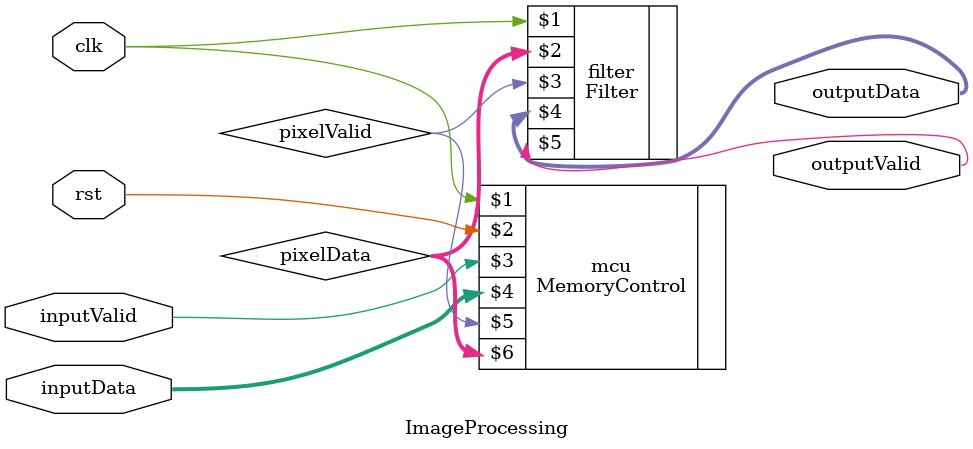
<source format=v>
`timescale 1ns / 1ps

module ImageProcessing (
input clk,
input rst,
input inputValid,
input [7:0] inputData,
output outputValid,
output [7:0] outputData
);
	wire [71:0] pixelData; //before process
	wire pixelValid;
	
	MemoryControl mcu(clk, rst, inputValid, inputData, pixelValid, pixelData); 
	Filter filter(clk, pixelData, pixelValid, outputData, outputValid);

endmodule


</source>
